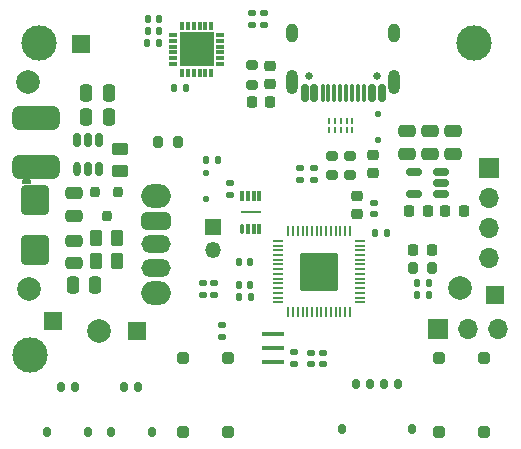
<source format=gbr>
%TF.GenerationSoftware,KiCad,Pcbnew,7.0.8-7.0.8~ubuntu22.04.1*%
%TF.CreationDate,2023-12-12T19:51:11+11:00*%
%TF.ProjectId,Boost-Converter,426f6f73-742d-4436-9f6e-766572746572,rev?*%
%TF.SameCoordinates,Original*%
%TF.FileFunction,Soldermask,Top*%
%TF.FilePolarity,Negative*%
%FSLAX46Y46*%
G04 Gerber Fmt 4.6, Leading zero omitted, Abs format (unit mm)*
G04 Created by KiCad (PCBNEW 7.0.8-7.0.8~ubuntu22.04.1) date 2023-12-12 19:51:11*
%MOMM*%
%LPD*%
G01*
G04 APERTURE LIST*
G04 Aperture macros list*
%AMRoundRect*
0 Rectangle with rounded corners*
0 $1 Rounding radius*
0 $2 $3 $4 $5 $6 $7 $8 $9 X,Y pos of 4 corners*
0 Add a 4 corners polygon primitive as box body*
4,1,4,$2,$3,$4,$5,$6,$7,$8,$9,$2,$3,0*
0 Add four circle primitives for the rounded corners*
1,1,$1+$1,$2,$3*
1,1,$1+$1,$4,$5*
1,1,$1+$1,$6,$7*
1,1,$1+$1,$8,$9*
0 Add four rect primitives between the rounded corners*
20,1,$1+$1,$2,$3,$4,$5,0*
20,1,$1+$1,$4,$5,$6,$7,0*
20,1,$1+$1,$6,$7,$8,$9,0*
20,1,$1+$1,$8,$9,$2,$3,0*%
G04 Aperture macros list end*
%ADD10C,0.150000*%
%ADD11RoundRect,0.225000X0.225000X0.250000X-0.225000X0.250000X-0.225000X-0.250000X0.225000X-0.250000X0*%
%ADD12C,2.000000*%
%ADD13RoundRect,0.250000X-0.262500X-0.450000X0.262500X-0.450000X0.262500X0.450000X-0.262500X0.450000X0*%
%ADD14RoundRect,0.135000X0.185000X-0.135000X0.185000X0.135000X-0.185000X0.135000X-0.185000X-0.135000X0*%
%ADD15RoundRect,0.500000X-1.500000X0.500000X-1.500000X-0.500000X1.500000X-0.500000X1.500000X0.500000X0*%
%ADD16RoundRect,0.075000X-0.300000X0.075000X-0.300000X-0.075000X0.300000X-0.075000X0.300000X0.075000X0*%
%ADD17RoundRect,0.075000X0.075000X0.300000X-0.075000X0.300000X-0.075000X-0.300000X0.075000X-0.300000X0*%
%ADD18R,2.850000X2.850000*%
%ADD19RoundRect,0.200000X-0.200000X0.250000X-0.200000X-0.250000X0.200000X-0.250000X0.200000X0.250000X0*%
%ADD20R,1.500000X1.500000*%
%ADD21RoundRect,0.135000X-0.185000X0.135000X-0.185000X-0.135000X0.185000X-0.135000X0.185000X0.135000X0*%
%ADD22RoundRect,0.200000X0.275000X-0.200000X0.275000X0.200000X-0.275000X0.200000X-0.275000X-0.200000X0*%
%ADD23RoundRect,0.218750X-0.218750X-0.256250X0.218750X-0.256250X0.218750X0.256250X-0.218750X0.256250X0*%
%ADD24RoundRect,0.135000X0.135000X0.185000X-0.135000X0.185000X-0.135000X-0.185000X0.135000X-0.185000X0*%
%ADD25O,0.600000X1.200000*%
%ADD26RoundRect,0.150000X0.150000X0.450000X-0.150000X0.450000X-0.150000X-0.450000X0.150000X-0.450000X0*%
%ADD27C,3.000000*%
%ADD28RoundRect,0.125000X0.125000X-0.125000X0.125000X0.125000X-0.125000X0.125000X-0.125000X-0.125000X0*%
%ADD29RoundRect,0.250000X0.250000X-0.250000X0.250000X0.250000X-0.250000X0.250000X-0.250000X-0.250000X0*%
%ADD30RoundRect,0.140000X0.140000X0.170000X-0.140000X0.170000X-0.140000X-0.170000X0.140000X-0.170000X0*%
%ADD31RoundRect,0.140000X0.170000X-0.140000X0.170000X0.140000X-0.170000X0.140000X-0.170000X-0.140000X0*%
%ADD32R,1.700000X1.700000*%
%ADD33O,1.700000X1.700000*%
%ADD34RoundRect,0.200000X-0.200000X-0.275000X0.200000X-0.275000X0.200000X0.275000X-0.200000X0.275000X0*%
%ADD35RoundRect,0.150000X0.512500X0.150000X-0.512500X0.150000X-0.512500X-0.150000X0.512500X-0.150000X0*%
%ADD36RoundRect,0.250000X0.250000X0.475000X-0.250000X0.475000X-0.250000X-0.475000X0.250000X-0.475000X0*%
%ADD37RoundRect,0.050000X-0.387500X-0.050000X0.387500X-0.050000X0.387500X0.050000X-0.387500X0.050000X0*%
%ADD38RoundRect,0.050000X-0.050000X-0.387500X0.050000X-0.387500X0.050000X0.387500X-0.050000X0.387500X0*%
%ADD39RoundRect,0.144000X-1.456000X-1.456000X1.456000X-1.456000X1.456000X1.456000X-1.456000X1.456000X0*%
%ADD40O,2.500000X2.000000*%
%ADD41RoundRect,0.375000X-0.875000X0.375000X-0.875000X-0.375000X0.875000X-0.375000X0.875000X0.375000X0*%
%ADD42O,2.500000X1.500000*%
%ADD43O,0.300000X0.900000*%
%ADD44RoundRect,0.075000X0.075000X0.375000X-0.075000X0.375000X-0.075000X-0.375000X0.075000X-0.375000X0*%
%ADD45RoundRect,0.062500X0.762500X-0.062500X0.762500X0.062500X-0.762500X0.062500X-0.762500X-0.062500X0*%
%ADD46RoundRect,0.150000X-0.150000X-0.275000X0.150000X-0.275000X0.150000X0.275000X-0.150000X0.275000X0*%
%ADD47RoundRect,0.175000X-0.175000X-0.225000X0.175000X-0.225000X0.175000X0.225000X-0.175000X0.225000X0*%
%ADD48RoundRect,0.140000X-0.140000X-0.170000X0.140000X-0.170000X0.140000X0.170000X-0.140000X0.170000X0*%
%ADD49C,0.650000*%
%ADD50RoundRect,0.150000X0.150000X0.575000X-0.150000X0.575000X-0.150000X-0.575000X0.150000X-0.575000X0*%
%ADD51RoundRect,0.075000X0.075000X0.650000X-0.075000X0.650000X-0.075000X-0.650000X0.075000X-0.650000X0*%
%ADD52O,1.000000X2.100000*%
%ADD53O,1.000000X1.600000*%
%ADD54RoundRect,0.250000X-0.450000X0.262500X-0.450000X-0.262500X0.450000X-0.262500X0.450000X0.262500X0*%
%ADD55RoundRect,0.225000X0.250000X-0.225000X0.250000X0.225000X-0.250000X0.225000X-0.250000X-0.225000X0*%
%ADD56RoundRect,0.050000X-0.050000X-0.187500X0.050000X-0.187500X0.050000X0.187500X-0.050000X0.187500X0*%
%ADD57RoundRect,0.250000X-0.475000X0.250000X-0.475000X-0.250000X0.475000X-0.250000X0.475000X0.250000X0*%
%ADD58RoundRect,0.140000X-0.170000X0.140000X-0.170000X-0.140000X0.170000X-0.140000X0.170000X0.140000X0*%
%ADD59RoundRect,0.225000X-0.225000X-0.250000X0.225000X-0.250000X0.225000X0.250000X-0.225000X0.250000X0*%
%ADD60R,1.350000X1.350000*%
%ADD61O,1.350000X1.350000*%
%ADD62RoundRect,0.125000X-0.125000X0.125000X-0.125000X-0.125000X0.125000X-0.125000X0.125000X0.125000X0*%
%ADD63O,1.900000X0.400000*%
%ADD64RoundRect,0.100000X-0.850000X0.100000X-0.850000X-0.100000X0.850000X-0.100000X0.850000X0.100000X0*%
%ADD65RoundRect,0.200000X-0.275000X0.200000X-0.275000X-0.200000X0.275000X-0.200000X0.275000X0.200000X0*%
%ADD66RoundRect,0.250000X0.900000X-1.000000X0.900000X1.000000X-0.900000X1.000000X-0.900000X-1.000000X0*%
%ADD67RoundRect,0.250000X0.475000X-0.250000X0.475000X0.250000X-0.475000X0.250000X-0.475000X-0.250000X0*%
G04 APERTURE END LIST*
D10*
X128651000Y-79121000D02*
X128651000Y-79375000D01*
X128016000Y-79375000D02*
X128016000Y-79121000D01*
X128016000Y-79121000D02*
X128651000Y-79121000D01*
X128016000Y-79248000D02*
X128651000Y-79248000D01*
X128651000Y-79375000D02*
X128016000Y-79375000D01*
D11*
%TO.C,C4*%
X162306000Y-81788000D03*
X160756000Y-81788000D03*
%TD*%
D12*
%TO.C,TP4*%
X165049200Y-88290400D03*
%TD*%
D13*
%TO.C,R1*%
X134215500Y-85979000D03*
X136040500Y-85979000D03*
%TD*%
D14*
%TO.C,R11*%
X148463000Y-66042000D03*
X148463000Y-65022000D03*
%TD*%
D15*
%TO.C,L1*%
X129159000Y-73896000D03*
X129159000Y-77996000D03*
%TD*%
D16*
%TO.C,U4*%
X144748000Y-69322000D03*
X144748000Y-68822000D03*
X144748000Y-68322000D03*
X144748000Y-67822000D03*
X144748000Y-67322000D03*
X144748000Y-66822000D03*
D17*
X143998000Y-66072000D03*
X143498000Y-66072000D03*
X142998000Y-66072000D03*
X142498000Y-66072000D03*
X141998000Y-66072000D03*
X141498000Y-66072000D03*
D16*
X140748000Y-66822000D03*
X140748000Y-67322000D03*
X140748000Y-67822000D03*
X140748000Y-68322000D03*
X140748000Y-68822000D03*
X140748000Y-69322000D03*
D17*
X141498000Y-70072000D03*
X141998000Y-70072000D03*
X142498000Y-70072000D03*
X142998000Y-70072000D03*
X143498000Y-70072000D03*
X143998000Y-70072000D03*
D18*
X142748000Y-68072000D03*
%TD*%
D19*
%TO.C,Q1*%
X136078000Y-80103000D03*
X134178000Y-80103000D03*
X135128000Y-82203000D03*
%TD*%
D20*
%TO.C,TP8*%
X132918200Y-67614800D03*
%TD*%
D21*
%TO.C,R9*%
X144234800Y-87882000D03*
X144234800Y-88902000D03*
%TD*%
D12*
%TO.C,TP6*%
X128508800Y-70866000D03*
%TD*%
D22*
%TO.C,R14*%
X154178000Y-78737000D03*
X154178000Y-77087000D03*
%TD*%
D23*
%TO.C,D2*%
X161100300Y-85024000D03*
X162675300Y-85024000D03*
%TD*%
D24*
%TO.C,R10*%
X147320000Y-89027000D03*
X146300000Y-89027000D03*
%TD*%
D25*
%TO.C,PS1*%
X132577800Y-78232000D03*
D26*
X133527800Y-78232000D03*
X134477800Y-78232000D03*
X134477800Y-75732000D03*
X133527800Y-75732000D03*
X132577800Y-75732000D03*
%TD*%
D27*
%TO.C,H1*%
X129413000Y-67564000D03*
%TD*%
D28*
%TO.C,D3*%
X158115000Y-75776000D03*
X158115000Y-73576000D03*
%TD*%
D29*
%TO.C,SW3*%
X163289800Y-100493000D03*
X163289800Y-94193000D03*
X167089800Y-100493000D03*
X167089800Y-94193000D03*
%TD*%
D30*
%TO.C,TH1*%
X139573000Y-66548000D03*
X138613000Y-66548000D03*
%TD*%
D31*
%TO.C,C18*%
X151511000Y-79093000D03*
X151511000Y-78133000D03*
%TD*%
D32*
%TO.C,Brd1*%
X167513000Y-78105000D03*
D33*
X167513000Y-80645000D03*
X167513000Y-83185000D03*
X167513000Y-85725000D03*
%TD*%
D34*
%TO.C,R16*%
X139510000Y-75946000D03*
X141160000Y-75946000D03*
%TD*%
%TO.C,R13*%
X161062800Y-86547999D03*
X162712800Y-86547999D03*
%TD*%
D35*
%TO.C,U3*%
X163443500Y-80325000D03*
X163443500Y-79375000D03*
X163443500Y-78425000D03*
X161168500Y-78425000D03*
X161168500Y-80325000D03*
%TD*%
D36*
%TO.C,C1*%
X135316000Y-73787000D03*
X133416000Y-73787000D03*
%TD*%
D37*
%TO.C,U5*%
X149678800Y-84275000D03*
X149678800Y-84675000D03*
X149678800Y-85075000D03*
X149678800Y-85475000D03*
X149678800Y-85875000D03*
X149678800Y-86275000D03*
X149678800Y-86675000D03*
X149678800Y-87075000D03*
X149678800Y-87475000D03*
X149678800Y-87875000D03*
X149678800Y-88275000D03*
X149678800Y-88675000D03*
X149678800Y-89075000D03*
X149678800Y-89475000D03*
D38*
X150516300Y-90312500D03*
X150916300Y-90312500D03*
X151316300Y-90312500D03*
X151716300Y-90312500D03*
X152116300Y-90312500D03*
X152516300Y-90312500D03*
X152916300Y-90312500D03*
X153316300Y-90312500D03*
X153716300Y-90312500D03*
X154116300Y-90312500D03*
X154516300Y-90312500D03*
X154916300Y-90312500D03*
X155316300Y-90312500D03*
X155716300Y-90312500D03*
D37*
X156553800Y-89475000D03*
X156553800Y-89075000D03*
X156553800Y-88675000D03*
X156553800Y-88275000D03*
X156553800Y-87875000D03*
X156553800Y-87475000D03*
X156553800Y-87075000D03*
X156553800Y-86675000D03*
X156553800Y-86275000D03*
X156553800Y-85875000D03*
X156553800Y-85475000D03*
X156553800Y-85075000D03*
X156553800Y-84675000D03*
X156553800Y-84275000D03*
D38*
X155716300Y-83437500D03*
X155316300Y-83437500D03*
X154916300Y-83437500D03*
X154516300Y-83437500D03*
X154116300Y-83437500D03*
X153716300Y-83437500D03*
X153316300Y-83437500D03*
X152916300Y-83437500D03*
X152516300Y-83437500D03*
X152116300Y-83437500D03*
X151716300Y-83437500D03*
X151316300Y-83437500D03*
X150916300Y-83437500D03*
X150516300Y-83437500D03*
D39*
X153116300Y-86875000D03*
%TD*%
D40*
%TO.C,SW1*%
X139319000Y-80482000D03*
X139319000Y-88682000D03*
D41*
X139319000Y-82582000D03*
D42*
X139319000Y-84582000D03*
X139319000Y-86582000D03*
%TD*%
D31*
%TO.C,C16*%
X145542000Y-80363000D03*
X145542000Y-79403000D03*
%TD*%
D36*
%TO.C,C6*%
X134173000Y-88011000D03*
X132273000Y-88011000D03*
%TD*%
D27*
%TO.C,H3*%
X128651000Y-93980000D03*
%TD*%
D43*
%TO.C,U2*%
X146568300Y-83249000D03*
D44*
X147068300Y-83249000D03*
X147568300Y-83249000D03*
X148068300Y-83249000D03*
X148068300Y-80449000D03*
X147568300Y-80449000D03*
X147068300Y-80449000D03*
X146568300Y-80449000D03*
D45*
X147318300Y-81849000D03*
%TD*%
D46*
%TO.C,J2*%
X156212000Y-96391000D03*
X157412000Y-96391000D03*
X158612000Y-96391000D03*
X159812000Y-96391000D03*
D47*
X155062000Y-100166000D03*
X160962000Y-100166000D03*
%TD*%
D11*
%TO.C,C25*%
X148984000Y-72517000D03*
X147434000Y-72517000D03*
%TD*%
D48*
%TO.C,C14*%
X157889000Y-83627000D03*
X158849000Y-83627000D03*
%TD*%
D46*
%TO.C,J7*%
X131226000Y-96682000D03*
X132426000Y-96682000D03*
D47*
X130076000Y-100457000D03*
X133576000Y-100457000D03*
%TD*%
D49*
%TO.C,J6*%
X158050000Y-70297000D03*
X152270000Y-70297000D03*
D50*
X158410000Y-71742000D03*
X157610000Y-71742000D03*
D51*
X156410000Y-71742000D03*
X155410000Y-71742000D03*
X154910000Y-71742000D03*
X153910000Y-71742000D03*
D50*
X152710000Y-71742000D03*
X151910000Y-71742000D03*
X151910000Y-71742000D03*
X152710000Y-71742000D03*
D51*
X153410000Y-71742000D03*
X154410000Y-71742000D03*
X155910000Y-71742000D03*
X156910000Y-71742000D03*
D50*
X157610000Y-71742000D03*
X158410000Y-71742000D03*
D52*
X159480000Y-70827000D03*
D53*
X159480000Y-66647000D03*
D52*
X150840000Y-70827000D03*
D53*
X150840000Y-66647000D03*
%TD*%
D54*
%TO.C,R2*%
X136271000Y-76501300D03*
X136271000Y-78326300D03*
%TD*%
D55*
%TO.C,C17*%
X157696800Y-78560000D03*
X157696800Y-77010000D03*
%TD*%
D12*
%TO.C,TP2*%
X134493000Y-91948000D03*
%TD*%
D20*
%TO.C,TP9*%
X168046400Y-88874600D03*
%TD*%
D31*
%TO.C,C15*%
X157734000Y-82014000D03*
X157734000Y-81054000D03*
%TD*%
D24*
%TO.C,R4*%
X162435000Y-88900000D03*
X161415000Y-88900000D03*
%TD*%
D55*
%TO.C,C7*%
X156299800Y-81989000D03*
X156299800Y-80439000D03*
%TD*%
D27*
%TO.C,H2*%
X166243000Y-67564000D03*
%TD*%
D56*
%TO.C,D6*%
X153940000Y-74930000D03*
X154440000Y-74930000D03*
X154940000Y-74930000D03*
X155440000Y-74930000D03*
X155940000Y-74930000D03*
X155940000Y-74154000D03*
X155440000Y-74154000D03*
X154940000Y-74154000D03*
X154440000Y-74154000D03*
X153940000Y-74154000D03*
%TD*%
D48*
%TO.C,C8*%
X138613000Y-65532000D03*
X139573000Y-65532000D03*
%TD*%
D13*
%TO.C,R7*%
X134215500Y-84074000D03*
X136040500Y-84074000D03*
%TD*%
D30*
%TO.C,C11*%
X147292000Y-88011000D03*
X146332000Y-88011000D03*
%TD*%
D57*
%TO.C,C21*%
X164465000Y-74996000D03*
X164465000Y-76896000D03*
%TD*%
%TO.C,FBr1*%
X162547000Y-74996000D03*
X162547000Y-76896000D03*
%TD*%
D55*
%TO.C,C26*%
X148971000Y-71006000D03*
X148971000Y-69456000D03*
%TD*%
D31*
%TO.C,C9*%
X152654000Y-79093000D03*
X152654000Y-78133000D03*
%TD*%
D58*
%TO.C,C13*%
X152400000Y-93754000D03*
X152400000Y-94714000D03*
%TD*%
D59*
%TO.C,C5*%
X163817000Y-81788000D03*
X165367000Y-81788000D03*
%TD*%
D20*
%TO.C,TP5*%
X137668000Y-91948000D03*
%TD*%
D48*
%TO.C,C23*%
X140871000Y-71374000D03*
X141831000Y-71374000D03*
%TD*%
D60*
%TO.C,SW2*%
X144145000Y-83074000D03*
D61*
X144145000Y-85074000D03*
%TD*%
D29*
%TO.C,J1*%
X141577800Y-100493000D03*
X141577800Y-94193000D03*
X145377800Y-100493000D03*
X145377800Y-94193000D03*
%TD*%
D30*
%TO.C,C12*%
X147292000Y-86106000D03*
X146332000Y-86106000D03*
%TD*%
D46*
%TO.C,J4*%
X136614800Y-96677000D03*
X137814800Y-96677000D03*
D47*
X135464800Y-100452000D03*
X138964800Y-100452000D03*
%TD*%
D14*
%TO.C,R5*%
X151003000Y-94744000D03*
X151003000Y-93724000D03*
%TD*%
D62*
%TO.C,D4*%
X143510000Y-78572001D03*
X143510000Y-80772001D03*
%TD*%
D36*
%TO.C,C20*%
X135316000Y-71755000D03*
X133416000Y-71755000D03*
%TD*%
D58*
%TO.C,C19*%
X153416000Y-93754000D03*
X153416000Y-94714000D03*
%TD*%
D63*
%TO.C,Y2*%
X149225000Y-92163500D03*
D64*
X149225000Y-93363500D03*
X149225000Y-94563500D03*
%TD*%
D48*
%TO.C,C10*%
X161445000Y-87884000D03*
X162405000Y-87884000D03*
%TD*%
D57*
%TO.C,C22*%
X132334000Y-84267000D03*
X132334000Y-86167000D03*
%TD*%
D22*
%TO.C,R15*%
X155702000Y-78738000D03*
X155702000Y-77088000D03*
%TD*%
D24*
%TO.C,R6*%
X144528000Y-77470000D03*
X143508000Y-77470000D03*
%TD*%
D65*
%TO.C,R19*%
X147447000Y-69406000D03*
X147447000Y-71056000D03*
%TD*%
D21*
%TO.C,R3*%
X144907000Y-91438000D03*
X144907000Y-92458000D03*
%TD*%
D57*
%TO.C,C2*%
X132334000Y-80264000D03*
X132334000Y-82164000D03*
%TD*%
D66*
%TO.C,D5*%
X129032000Y-85081000D03*
X129032000Y-80781000D03*
%TD*%
D12*
%TO.C,TP1*%
X128524000Y-88392000D03*
%TD*%
D20*
%TO.C,TP7*%
X130606800Y-91084400D03*
%TD*%
D48*
%TO.C,C24*%
X138585000Y-67564000D03*
X139545000Y-67564000D03*
%TD*%
D14*
%TO.C,R12*%
X147447000Y-66042000D03*
X147447000Y-65022000D03*
%TD*%
D21*
%TO.C,R8*%
X143256000Y-87882000D03*
X143256000Y-88902000D03*
%TD*%
D67*
%TO.C,C3*%
X160528000Y-76896000D03*
X160528000Y-74996000D03*
%TD*%
D32*
%TO.C,J3*%
X163210000Y-91719000D03*
D33*
X165750000Y-91719000D03*
X168290000Y-91719000D03*
%TD*%
M02*

</source>
